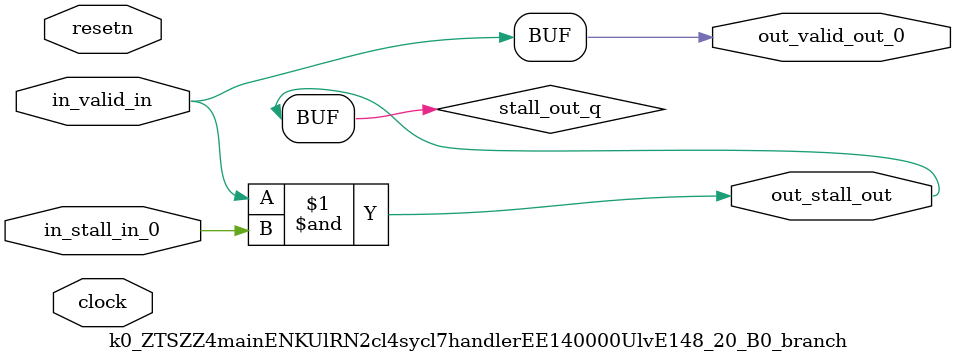
<source format=sv>



(* altera_attribute = "-name AUTO_SHIFT_REGISTER_RECOGNITION OFF; -name MESSAGE_DISABLE 10036; -name MESSAGE_DISABLE 10037; -name MESSAGE_DISABLE 14130; -name MESSAGE_DISABLE 14320; -name MESSAGE_DISABLE 15400; -name MESSAGE_DISABLE 14130; -name MESSAGE_DISABLE 10036; -name MESSAGE_DISABLE 12020; -name MESSAGE_DISABLE 12030; -name MESSAGE_DISABLE 12010; -name MESSAGE_DISABLE 12110; -name MESSAGE_DISABLE 14320; -name MESSAGE_DISABLE 13410; -name MESSAGE_DISABLE 113007; -name MESSAGE_DISABLE 10958" *)
module k0_ZTSZZ4mainENKUlRN2cl4sycl7handlerEE140000UlvE148_20_B0_branch (
    input wire [0:0] in_stall_in_0,
    input wire [0:0] in_valid_in,
    output wire [0:0] out_stall_out,
    output wire [0:0] out_valid_out_0,
    input wire clock,
    input wire resetn
    );

    wire [0:0] stall_out_q;


    // stall_out(LOGICAL,6)
    assign stall_out_q = in_valid_in & in_stall_in_0;

    // out_stall_out(GPOUT,4)
    assign out_stall_out = stall_out_q;

    // out_valid_out_0(GPOUT,5)
    assign out_valid_out_0 = in_valid_in;

endmodule

</source>
